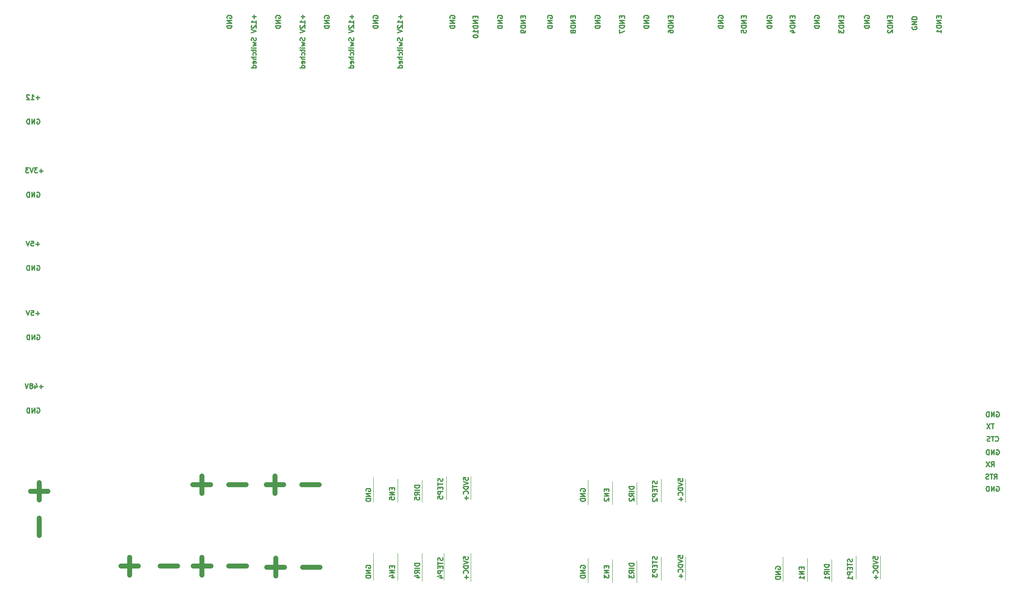
<source format=gbr>
G04 #@! TF.GenerationSoftware,KiCad,Pcbnew,5.1.5+dfsg1-2build2*
G04 #@! TF.CreationDate,2020-06-17T17:05:19-04:00*
G04 #@! TF.ProjectId,gantry-controller-prototype-DUE,67616e74-7279-42d6-936f-6e74726f6c6c,rev?*
G04 #@! TF.SameCoordinates,Original*
G04 #@! TF.FileFunction,Legend,Bot*
G04 #@! TF.FilePolarity,Positive*
%FSLAX46Y46*%
G04 Gerber Fmt 4.6, Leading zero omitted, Abs format (unit mm)*
G04 Created by KiCad (PCBNEW 5.1.5+dfsg1-2build2) date 2020-06-17 17:05:19*
%MOMM*%
%LPD*%
G04 APERTURE LIST*
%ADD10C,0.250000*%
%ADD11C,0.120000*%
%ADD12C,1.000000*%
G04 APERTURE END LIST*
D10*
X52261904Y-118298428D02*
X51500000Y-118298428D01*
X51880952Y-118679380D02*
X51880952Y-117917476D01*
X50595238Y-118012714D02*
X50595238Y-118679380D01*
X50833333Y-117631761D02*
X51071428Y-118346047D01*
X50452380Y-118346047D01*
X49928571Y-118107952D02*
X50023809Y-118060333D01*
X50071428Y-118012714D01*
X50119047Y-117917476D01*
X50119047Y-117869857D01*
X50071428Y-117774619D01*
X50023809Y-117727000D01*
X49928571Y-117679380D01*
X49738095Y-117679380D01*
X49642857Y-117727000D01*
X49595238Y-117774619D01*
X49547619Y-117869857D01*
X49547619Y-117917476D01*
X49595238Y-118012714D01*
X49642857Y-118060333D01*
X49738095Y-118107952D01*
X49928571Y-118107952D01*
X50023809Y-118155571D01*
X50071428Y-118203190D01*
X50119047Y-118298428D01*
X50119047Y-118488904D01*
X50071428Y-118584142D01*
X50023809Y-118631761D01*
X49928571Y-118679380D01*
X49738095Y-118679380D01*
X49642857Y-118631761D01*
X49595238Y-118584142D01*
X49547619Y-118488904D01*
X49547619Y-118298428D01*
X49595238Y-118203190D01*
X49642857Y-118155571D01*
X49738095Y-118107952D01*
X49261904Y-117679380D02*
X48928571Y-118679380D01*
X48595238Y-117679380D01*
X51029904Y-122727000D02*
X51125142Y-122679380D01*
X51268000Y-122679380D01*
X51410857Y-122727000D01*
X51506095Y-122822238D01*
X51553714Y-122917476D01*
X51601333Y-123107952D01*
X51601333Y-123250809D01*
X51553714Y-123441285D01*
X51506095Y-123536523D01*
X51410857Y-123631761D01*
X51268000Y-123679380D01*
X51172761Y-123679380D01*
X51029904Y-123631761D01*
X50982285Y-123584142D01*
X50982285Y-123250809D01*
X51172761Y-123250809D01*
X50553714Y-123679380D02*
X50553714Y-122679380D01*
X49982285Y-123679380D01*
X49982285Y-122679380D01*
X49506095Y-123679380D02*
X49506095Y-122679380D01*
X49268000Y-122679380D01*
X49125142Y-122727000D01*
X49029904Y-122822238D01*
X48982285Y-122917476D01*
X48934666Y-123107952D01*
X48934666Y-123250809D01*
X48982285Y-123441285D01*
X49029904Y-123536523D01*
X49125142Y-123631761D01*
X49268000Y-123679380D01*
X49506095Y-123679380D01*
X51553714Y-103298428D02*
X50791809Y-103298428D01*
X51172761Y-103679380D02*
X51172761Y-102917476D01*
X49839428Y-102679380D02*
X50315619Y-102679380D01*
X50363238Y-103155571D01*
X50315619Y-103107952D01*
X50220380Y-103060333D01*
X49982285Y-103060333D01*
X49887047Y-103107952D01*
X49839428Y-103155571D01*
X49791809Y-103250809D01*
X49791809Y-103488904D01*
X49839428Y-103584142D01*
X49887047Y-103631761D01*
X49982285Y-103679380D01*
X50220380Y-103679380D01*
X50315619Y-103631761D01*
X50363238Y-103584142D01*
X49506095Y-102679380D02*
X49172761Y-103679380D01*
X48839428Y-102679380D01*
X51029904Y-107727000D02*
X51125142Y-107679380D01*
X51268000Y-107679380D01*
X51410857Y-107727000D01*
X51506095Y-107822238D01*
X51553714Y-107917476D01*
X51601333Y-108107952D01*
X51601333Y-108250809D01*
X51553714Y-108441285D01*
X51506095Y-108536523D01*
X51410857Y-108631761D01*
X51268000Y-108679380D01*
X51172761Y-108679380D01*
X51029904Y-108631761D01*
X50982285Y-108584142D01*
X50982285Y-108250809D01*
X51172761Y-108250809D01*
X50553714Y-108679380D02*
X50553714Y-107679380D01*
X49982285Y-108679380D01*
X49982285Y-107679380D01*
X49506095Y-108679380D02*
X49506095Y-107679380D01*
X49268000Y-107679380D01*
X49125142Y-107727000D01*
X49029904Y-107822238D01*
X48982285Y-107917476D01*
X48934666Y-108107952D01*
X48934666Y-108250809D01*
X48982285Y-108441285D01*
X49029904Y-108536523D01*
X49125142Y-108631761D01*
X49268000Y-108679380D01*
X49506095Y-108679380D01*
X51535714Y-89071428D02*
X50773809Y-89071428D01*
X51154761Y-89452380D02*
X51154761Y-88690476D01*
X49821428Y-88452380D02*
X50297619Y-88452380D01*
X50345238Y-88928571D01*
X50297619Y-88880952D01*
X50202380Y-88833333D01*
X49964285Y-88833333D01*
X49869047Y-88880952D01*
X49821428Y-88928571D01*
X49773809Y-89023809D01*
X49773809Y-89261904D01*
X49821428Y-89357142D01*
X49869047Y-89404761D01*
X49964285Y-89452380D01*
X50202380Y-89452380D01*
X50297619Y-89404761D01*
X50345238Y-89357142D01*
X49488095Y-88452380D02*
X49154761Y-89452380D01*
X48821428Y-88452380D01*
X51011904Y-93500000D02*
X51107142Y-93452380D01*
X51250000Y-93452380D01*
X51392857Y-93500000D01*
X51488095Y-93595238D01*
X51535714Y-93690476D01*
X51583333Y-93880952D01*
X51583333Y-94023809D01*
X51535714Y-94214285D01*
X51488095Y-94309523D01*
X51392857Y-94404761D01*
X51250000Y-94452380D01*
X51154761Y-94452380D01*
X51011904Y-94404761D01*
X50964285Y-94357142D01*
X50964285Y-94023809D01*
X51154761Y-94023809D01*
X50535714Y-94452380D02*
X50535714Y-93452380D01*
X49964285Y-94452380D01*
X49964285Y-93452380D01*
X49488095Y-94452380D02*
X49488095Y-93452380D01*
X49250000Y-93452380D01*
X49107142Y-93500000D01*
X49011904Y-93595238D01*
X48964285Y-93690476D01*
X48916666Y-93880952D01*
X48916666Y-94023809D01*
X48964285Y-94214285D01*
X49011904Y-94309523D01*
X49107142Y-94404761D01*
X49250000Y-94452380D01*
X49488095Y-94452380D01*
X52261904Y-74071428D02*
X51500000Y-74071428D01*
X51880952Y-74452380D02*
X51880952Y-73690476D01*
X51119047Y-73452380D02*
X50500000Y-73452380D01*
X50833333Y-73833333D01*
X50690476Y-73833333D01*
X50595238Y-73880952D01*
X50547619Y-73928571D01*
X50500000Y-74023809D01*
X50500000Y-74261904D01*
X50547619Y-74357142D01*
X50595238Y-74404761D01*
X50690476Y-74452380D01*
X50976190Y-74452380D01*
X51071428Y-74404761D01*
X51119047Y-74357142D01*
X50214285Y-73452380D02*
X49880952Y-74452380D01*
X49547619Y-73452380D01*
X49309523Y-73452380D02*
X48690476Y-73452380D01*
X49023809Y-73833333D01*
X48880952Y-73833333D01*
X48785714Y-73880952D01*
X48738095Y-73928571D01*
X48690476Y-74023809D01*
X48690476Y-74261904D01*
X48738095Y-74357142D01*
X48785714Y-74404761D01*
X48880952Y-74452380D01*
X49166666Y-74452380D01*
X49261904Y-74404761D01*
X49309523Y-74357142D01*
X51011904Y-78500000D02*
X51107142Y-78452380D01*
X51250000Y-78452380D01*
X51392857Y-78500000D01*
X51488095Y-78595238D01*
X51535714Y-78690476D01*
X51583333Y-78880952D01*
X51583333Y-79023809D01*
X51535714Y-79214285D01*
X51488095Y-79309523D01*
X51392857Y-79404761D01*
X51250000Y-79452380D01*
X51154761Y-79452380D01*
X51011904Y-79404761D01*
X50964285Y-79357142D01*
X50964285Y-79023809D01*
X51154761Y-79023809D01*
X50535714Y-79452380D02*
X50535714Y-78452380D01*
X49964285Y-79452380D01*
X49964285Y-78452380D01*
X49488095Y-79452380D02*
X49488095Y-78452380D01*
X49250000Y-78452380D01*
X49107142Y-78500000D01*
X49011904Y-78595238D01*
X48964285Y-78690476D01*
X48916666Y-78880952D01*
X48916666Y-79023809D01*
X48964285Y-79214285D01*
X49011904Y-79309523D01*
X49107142Y-79404761D01*
X49250000Y-79452380D01*
X49488095Y-79452380D01*
X51583333Y-59071428D02*
X50821428Y-59071428D01*
X51202380Y-59452380D02*
X51202380Y-58690476D01*
X49821428Y-59452380D02*
X50392857Y-59452380D01*
X50107142Y-59452380D02*
X50107142Y-58452380D01*
X50202380Y-58595238D01*
X50297619Y-58690476D01*
X50392857Y-58738095D01*
X49440476Y-58547619D02*
X49392857Y-58500000D01*
X49297619Y-58452380D01*
X49059523Y-58452380D01*
X48964285Y-58500000D01*
X48916666Y-58547619D01*
X48869047Y-58642857D01*
X48869047Y-58738095D01*
X48916666Y-58880952D01*
X49488095Y-59452380D01*
X48869047Y-59452380D01*
X51011904Y-63500000D02*
X51107142Y-63452380D01*
X51250000Y-63452380D01*
X51392857Y-63500000D01*
X51488095Y-63595238D01*
X51535714Y-63690476D01*
X51583333Y-63880952D01*
X51583333Y-64023809D01*
X51535714Y-64214285D01*
X51488095Y-64309523D01*
X51392857Y-64404761D01*
X51250000Y-64452380D01*
X51154761Y-64452380D01*
X51011904Y-64404761D01*
X50964285Y-64357142D01*
X50964285Y-64023809D01*
X51154761Y-64023809D01*
X50535714Y-64452380D02*
X50535714Y-63452380D01*
X49964285Y-64452380D01*
X49964285Y-63452380D01*
X49488095Y-64452380D02*
X49488095Y-63452380D01*
X49250000Y-63452380D01*
X49107142Y-63500000D01*
X49011904Y-63595238D01*
X48964285Y-63690476D01*
X48916666Y-63880952D01*
X48916666Y-64023809D01*
X48964285Y-64214285D01*
X49011904Y-64309523D01*
X49107142Y-64404761D01*
X49250000Y-64452380D01*
X49488095Y-64452380D01*
X125571428Y-42071428D02*
X125571428Y-42833333D01*
X125952380Y-42452380D02*
X125190476Y-42452380D01*
X125952380Y-43833333D02*
X125952380Y-43261904D01*
X125952380Y-43547619D02*
X124952380Y-43547619D01*
X125095238Y-43452380D01*
X125190476Y-43357142D01*
X125238095Y-43261904D01*
X125047619Y-44214285D02*
X125000000Y-44261904D01*
X124952380Y-44357142D01*
X124952380Y-44595238D01*
X125000000Y-44690476D01*
X125047619Y-44738095D01*
X125142857Y-44785714D01*
X125238095Y-44785714D01*
X125380952Y-44738095D01*
X125952380Y-44166666D01*
X125952380Y-44785714D01*
X124952380Y-45071428D02*
X125952380Y-45404761D01*
X124952380Y-45738095D01*
X125904761Y-46785714D02*
X125952380Y-46928571D01*
X125952380Y-47166666D01*
X125904761Y-47261904D01*
X125857142Y-47309523D01*
X125761904Y-47357142D01*
X125666666Y-47357142D01*
X125571428Y-47309523D01*
X125523809Y-47261904D01*
X125476190Y-47166666D01*
X125428571Y-46976190D01*
X125380952Y-46880952D01*
X125333333Y-46833333D01*
X125238095Y-46785714D01*
X125142857Y-46785714D01*
X125047619Y-46833333D01*
X125000000Y-46880952D01*
X124952380Y-46976190D01*
X124952380Y-47214285D01*
X125000000Y-47357142D01*
X125285714Y-47690476D02*
X125952380Y-47880952D01*
X125476190Y-48071428D01*
X125952380Y-48261904D01*
X125285714Y-48452380D01*
X125952380Y-48833333D02*
X125285714Y-48833333D01*
X124952380Y-48833333D02*
X125000000Y-48785714D01*
X125047619Y-48833333D01*
X125000000Y-48880952D01*
X124952380Y-48833333D01*
X125047619Y-48833333D01*
X125285714Y-49166666D02*
X125285714Y-49547619D01*
X124952380Y-49309523D02*
X125809523Y-49309523D01*
X125904761Y-49357142D01*
X125952380Y-49452380D01*
X125952380Y-49547619D01*
X125904761Y-50309523D02*
X125952380Y-50214285D01*
X125952380Y-50023809D01*
X125904761Y-49928571D01*
X125857142Y-49880952D01*
X125761904Y-49833333D01*
X125476190Y-49833333D01*
X125380952Y-49880952D01*
X125333333Y-49928571D01*
X125285714Y-50023809D01*
X125285714Y-50214285D01*
X125333333Y-50309523D01*
X125952380Y-50738095D02*
X124952380Y-50738095D01*
X125952380Y-51166666D02*
X125428571Y-51166666D01*
X125333333Y-51119047D01*
X125285714Y-51023809D01*
X125285714Y-50880952D01*
X125333333Y-50785714D01*
X125380952Y-50738095D01*
X125904761Y-52023809D02*
X125952380Y-51928571D01*
X125952380Y-51738095D01*
X125904761Y-51642857D01*
X125809523Y-51595238D01*
X125428571Y-51595238D01*
X125333333Y-51642857D01*
X125285714Y-51738095D01*
X125285714Y-51928571D01*
X125333333Y-52023809D01*
X125428571Y-52071428D01*
X125523809Y-52071428D01*
X125619047Y-51595238D01*
X125952380Y-52928571D02*
X124952380Y-52928571D01*
X125904761Y-52928571D02*
X125952380Y-52833333D01*
X125952380Y-52642857D01*
X125904761Y-52547619D01*
X125857142Y-52500000D01*
X125761904Y-52452380D01*
X125476190Y-52452380D01*
X125380952Y-52500000D01*
X125333333Y-52547619D01*
X125285714Y-52642857D01*
X125285714Y-52833333D01*
X125333333Y-52928571D01*
X120000000Y-42738095D02*
X119952380Y-42642857D01*
X119952380Y-42500000D01*
X120000000Y-42357142D01*
X120095238Y-42261904D01*
X120190476Y-42214285D01*
X120380952Y-42166666D01*
X120523809Y-42166666D01*
X120714285Y-42214285D01*
X120809523Y-42261904D01*
X120904761Y-42357142D01*
X120952380Y-42500000D01*
X120952380Y-42595238D01*
X120904761Y-42738095D01*
X120857142Y-42785714D01*
X120523809Y-42785714D01*
X120523809Y-42595238D01*
X120952380Y-43214285D02*
X119952380Y-43214285D01*
X120952380Y-43785714D01*
X119952380Y-43785714D01*
X120952380Y-44261904D02*
X119952380Y-44261904D01*
X119952380Y-44500000D01*
X120000000Y-44642857D01*
X120095238Y-44738095D01*
X120190476Y-44785714D01*
X120380952Y-44833333D01*
X120523809Y-44833333D01*
X120714285Y-44785714D01*
X120809523Y-44738095D01*
X120904761Y-44642857D01*
X120952380Y-44500000D01*
X120952380Y-44261904D01*
X115571428Y-42071428D02*
X115571428Y-42833333D01*
X115952380Y-42452380D02*
X115190476Y-42452380D01*
X115952380Y-43833333D02*
X115952380Y-43261904D01*
X115952380Y-43547619D02*
X114952380Y-43547619D01*
X115095238Y-43452380D01*
X115190476Y-43357142D01*
X115238095Y-43261904D01*
X115047619Y-44214285D02*
X115000000Y-44261904D01*
X114952380Y-44357142D01*
X114952380Y-44595238D01*
X115000000Y-44690476D01*
X115047619Y-44738095D01*
X115142857Y-44785714D01*
X115238095Y-44785714D01*
X115380952Y-44738095D01*
X115952380Y-44166666D01*
X115952380Y-44785714D01*
X114952380Y-45071428D02*
X115952380Y-45404761D01*
X114952380Y-45738095D01*
X115904761Y-46785714D02*
X115952380Y-46928571D01*
X115952380Y-47166666D01*
X115904761Y-47261904D01*
X115857142Y-47309523D01*
X115761904Y-47357142D01*
X115666666Y-47357142D01*
X115571428Y-47309523D01*
X115523809Y-47261904D01*
X115476190Y-47166666D01*
X115428571Y-46976190D01*
X115380952Y-46880952D01*
X115333333Y-46833333D01*
X115238095Y-46785714D01*
X115142857Y-46785714D01*
X115047619Y-46833333D01*
X115000000Y-46880952D01*
X114952380Y-46976190D01*
X114952380Y-47214285D01*
X115000000Y-47357142D01*
X115285714Y-47690476D02*
X115952380Y-47880952D01*
X115476190Y-48071428D01*
X115952380Y-48261904D01*
X115285714Y-48452380D01*
X115952380Y-48833333D02*
X115285714Y-48833333D01*
X114952380Y-48833333D02*
X115000000Y-48785714D01*
X115047619Y-48833333D01*
X115000000Y-48880952D01*
X114952380Y-48833333D01*
X115047619Y-48833333D01*
X115285714Y-49166666D02*
X115285714Y-49547619D01*
X114952380Y-49309523D02*
X115809523Y-49309523D01*
X115904761Y-49357142D01*
X115952380Y-49452380D01*
X115952380Y-49547619D01*
X115904761Y-50309523D02*
X115952380Y-50214285D01*
X115952380Y-50023809D01*
X115904761Y-49928571D01*
X115857142Y-49880952D01*
X115761904Y-49833333D01*
X115476190Y-49833333D01*
X115380952Y-49880952D01*
X115333333Y-49928571D01*
X115285714Y-50023809D01*
X115285714Y-50214285D01*
X115333333Y-50309523D01*
X115952380Y-50738095D02*
X114952380Y-50738095D01*
X115952380Y-51166666D02*
X115428571Y-51166666D01*
X115333333Y-51119047D01*
X115285714Y-51023809D01*
X115285714Y-50880952D01*
X115333333Y-50785714D01*
X115380952Y-50738095D01*
X115904761Y-52023809D02*
X115952380Y-51928571D01*
X115952380Y-51738095D01*
X115904761Y-51642857D01*
X115809523Y-51595238D01*
X115428571Y-51595238D01*
X115333333Y-51642857D01*
X115285714Y-51738095D01*
X115285714Y-51928571D01*
X115333333Y-52023809D01*
X115428571Y-52071428D01*
X115523809Y-52071428D01*
X115619047Y-51595238D01*
X115952380Y-52928571D02*
X114952380Y-52928571D01*
X115904761Y-52928571D02*
X115952380Y-52833333D01*
X115952380Y-52642857D01*
X115904761Y-52547619D01*
X115857142Y-52500000D01*
X115761904Y-52452380D01*
X115476190Y-52452380D01*
X115380952Y-52500000D01*
X115333333Y-52547619D01*
X115285714Y-52642857D01*
X115285714Y-52833333D01*
X115333333Y-52928571D01*
X110000000Y-42738095D02*
X109952380Y-42642857D01*
X109952380Y-42500000D01*
X110000000Y-42357142D01*
X110095238Y-42261904D01*
X110190476Y-42214285D01*
X110380952Y-42166666D01*
X110523809Y-42166666D01*
X110714285Y-42214285D01*
X110809523Y-42261904D01*
X110904761Y-42357142D01*
X110952380Y-42500000D01*
X110952380Y-42595238D01*
X110904761Y-42738095D01*
X110857142Y-42785714D01*
X110523809Y-42785714D01*
X110523809Y-42595238D01*
X110952380Y-43214285D02*
X109952380Y-43214285D01*
X110952380Y-43785714D01*
X109952380Y-43785714D01*
X110952380Y-44261904D02*
X109952380Y-44261904D01*
X109952380Y-44500000D01*
X110000000Y-44642857D01*
X110095238Y-44738095D01*
X110190476Y-44785714D01*
X110380952Y-44833333D01*
X110523809Y-44833333D01*
X110714285Y-44785714D01*
X110809523Y-44738095D01*
X110904761Y-44642857D01*
X110952380Y-44500000D01*
X110952380Y-44261904D01*
X105571428Y-42071428D02*
X105571428Y-42833333D01*
X105952380Y-42452380D02*
X105190476Y-42452380D01*
X105952380Y-43833333D02*
X105952380Y-43261904D01*
X105952380Y-43547619D02*
X104952380Y-43547619D01*
X105095238Y-43452380D01*
X105190476Y-43357142D01*
X105238095Y-43261904D01*
X105047619Y-44214285D02*
X105000000Y-44261904D01*
X104952380Y-44357142D01*
X104952380Y-44595238D01*
X105000000Y-44690476D01*
X105047619Y-44738095D01*
X105142857Y-44785714D01*
X105238095Y-44785714D01*
X105380952Y-44738095D01*
X105952380Y-44166666D01*
X105952380Y-44785714D01*
X104952380Y-45071428D02*
X105952380Y-45404761D01*
X104952380Y-45738095D01*
X105904761Y-46785714D02*
X105952380Y-46928571D01*
X105952380Y-47166666D01*
X105904761Y-47261904D01*
X105857142Y-47309523D01*
X105761904Y-47357142D01*
X105666666Y-47357142D01*
X105571428Y-47309523D01*
X105523809Y-47261904D01*
X105476190Y-47166666D01*
X105428571Y-46976190D01*
X105380952Y-46880952D01*
X105333333Y-46833333D01*
X105238095Y-46785714D01*
X105142857Y-46785714D01*
X105047619Y-46833333D01*
X105000000Y-46880952D01*
X104952380Y-46976190D01*
X104952380Y-47214285D01*
X105000000Y-47357142D01*
X105285714Y-47690476D02*
X105952380Y-47880952D01*
X105476190Y-48071428D01*
X105952380Y-48261904D01*
X105285714Y-48452380D01*
X105952380Y-48833333D02*
X105285714Y-48833333D01*
X104952380Y-48833333D02*
X105000000Y-48785714D01*
X105047619Y-48833333D01*
X105000000Y-48880952D01*
X104952380Y-48833333D01*
X105047619Y-48833333D01*
X105285714Y-49166666D02*
X105285714Y-49547619D01*
X104952380Y-49309523D02*
X105809523Y-49309523D01*
X105904761Y-49357142D01*
X105952380Y-49452380D01*
X105952380Y-49547619D01*
X105904761Y-50309523D02*
X105952380Y-50214285D01*
X105952380Y-50023809D01*
X105904761Y-49928571D01*
X105857142Y-49880952D01*
X105761904Y-49833333D01*
X105476190Y-49833333D01*
X105380952Y-49880952D01*
X105333333Y-49928571D01*
X105285714Y-50023809D01*
X105285714Y-50214285D01*
X105333333Y-50309523D01*
X105952380Y-50738095D02*
X104952380Y-50738095D01*
X105952380Y-51166666D02*
X105428571Y-51166666D01*
X105333333Y-51119047D01*
X105285714Y-51023809D01*
X105285714Y-50880952D01*
X105333333Y-50785714D01*
X105380952Y-50738095D01*
X105904761Y-52023809D02*
X105952380Y-51928571D01*
X105952380Y-51738095D01*
X105904761Y-51642857D01*
X105809523Y-51595238D01*
X105428571Y-51595238D01*
X105333333Y-51642857D01*
X105285714Y-51738095D01*
X105285714Y-51928571D01*
X105333333Y-52023809D01*
X105428571Y-52071428D01*
X105523809Y-52071428D01*
X105619047Y-51595238D01*
X105952380Y-52928571D02*
X104952380Y-52928571D01*
X105904761Y-52928571D02*
X105952380Y-52833333D01*
X105952380Y-52642857D01*
X105904761Y-52547619D01*
X105857142Y-52500000D01*
X105761904Y-52452380D01*
X105476190Y-52452380D01*
X105380952Y-52500000D01*
X105333333Y-52547619D01*
X105285714Y-52642857D01*
X105285714Y-52833333D01*
X105333333Y-52928571D01*
X100000000Y-42738095D02*
X99952380Y-42642857D01*
X99952380Y-42500000D01*
X100000000Y-42357142D01*
X100095238Y-42261904D01*
X100190476Y-42214285D01*
X100380952Y-42166666D01*
X100523809Y-42166666D01*
X100714285Y-42214285D01*
X100809523Y-42261904D01*
X100904761Y-42357142D01*
X100952380Y-42500000D01*
X100952380Y-42595238D01*
X100904761Y-42738095D01*
X100857142Y-42785714D01*
X100523809Y-42785714D01*
X100523809Y-42595238D01*
X100952380Y-43214285D02*
X99952380Y-43214285D01*
X100952380Y-43785714D01*
X99952380Y-43785714D01*
X100952380Y-44261904D02*
X99952380Y-44261904D01*
X99952380Y-44500000D01*
X100000000Y-44642857D01*
X100095238Y-44738095D01*
X100190476Y-44785714D01*
X100380952Y-44833333D01*
X100523809Y-44833333D01*
X100714285Y-44785714D01*
X100809523Y-44738095D01*
X100904761Y-44642857D01*
X100952380Y-44500000D01*
X100952380Y-44261904D01*
X90000000Y-42738095D02*
X89952380Y-42642857D01*
X89952380Y-42500000D01*
X90000000Y-42357142D01*
X90095238Y-42261904D01*
X90190476Y-42214285D01*
X90380952Y-42166666D01*
X90523809Y-42166666D01*
X90714285Y-42214285D01*
X90809523Y-42261904D01*
X90904761Y-42357142D01*
X90952380Y-42500000D01*
X90952380Y-42595238D01*
X90904761Y-42738095D01*
X90857142Y-42785714D01*
X90523809Y-42785714D01*
X90523809Y-42595238D01*
X90952380Y-43214285D02*
X89952380Y-43214285D01*
X90952380Y-43785714D01*
X89952380Y-43785714D01*
X90952380Y-44261904D02*
X89952380Y-44261904D01*
X89952380Y-44500000D01*
X90000000Y-44642857D01*
X90095238Y-44738095D01*
X90190476Y-44785714D01*
X90380952Y-44833333D01*
X90523809Y-44833333D01*
X90714285Y-44785714D01*
X90809523Y-44738095D01*
X90904761Y-44642857D01*
X90952380Y-44500000D01*
X90952380Y-44261904D01*
X95571428Y-42071428D02*
X95571428Y-42833333D01*
X95952380Y-42452380D02*
X95190476Y-42452380D01*
X95952380Y-43833333D02*
X95952380Y-43261904D01*
X95952380Y-43547619D02*
X94952380Y-43547619D01*
X95095238Y-43452380D01*
X95190476Y-43357142D01*
X95238095Y-43261904D01*
X95047619Y-44214285D02*
X95000000Y-44261904D01*
X94952380Y-44357142D01*
X94952380Y-44595238D01*
X95000000Y-44690476D01*
X95047619Y-44738095D01*
X95142857Y-44785714D01*
X95238095Y-44785714D01*
X95380952Y-44738095D01*
X95952380Y-44166666D01*
X95952380Y-44785714D01*
X94952380Y-45071428D02*
X95952380Y-45404761D01*
X94952380Y-45738095D01*
X95904761Y-46785714D02*
X95952380Y-46928571D01*
X95952380Y-47166666D01*
X95904761Y-47261904D01*
X95857142Y-47309523D01*
X95761904Y-47357142D01*
X95666666Y-47357142D01*
X95571428Y-47309523D01*
X95523809Y-47261904D01*
X95476190Y-47166666D01*
X95428571Y-46976190D01*
X95380952Y-46880952D01*
X95333333Y-46833333D01*
X95238095Y-46785714D01*
X95142857Y-46785714D01*
X95047619Y-46833333D01*
X95000000Y-46880952D01*
X94952380Y-46976190D01*
X94952380Y-47214285D01*
X95000000Y-47357142D01*
X95285714Y-47690476D02*
X95952380Y-47880952D01*
X95476190Y-48071428D01*
X95952380Y-48261904D01*
X95285714Y-48452380D01*
X95952380Y-48833333D02*
X95285714Y-48833333D01*
X94952380Y-48833333D02*
X95000000Y-48785714D01*
X95047619Y-48833333D01*
X95000000Y-48880952D01*
X94952380Y-48833333D01*
X95047619Y-48833333D01*
X95285714Y-49166666D02*
X95285714Y-49547619D01*
X94952380Y-49309523D02*
X95809523Y-49309523D01*
X95904761Y-49357142D01*
X95952380Y-49452380D01*
X95952380Y-49547619D01*
X95904761Y-50309523D02*
X95952380Y-50214285D01*
X95952380Y-50023809D01*
X95904761Y-49928571D01*
X95857142Y-49880952D01*
X95761904Y-49833333D01*
X95476190Y-49833333D01*
X95380952Y-49880952D01*
X95333333Y-49928571D01*
X95285714Y-50023809D01*
X95285714Y-50214285D01*
X95333333Y-50309523D01*
X95952380Y-50738095D02*
X94952380Y-50738095D01*
X95952380Y-51166666D02*
X95428571Y-51166666D01*
X95333333Y-51119047D01*
X95285714Y-51023809D01*
X95285714Y-50880952D01*
X95333333Y-50785714D01*
X95380952Y-50738095D01*
X95904761Y-52023809D02*
X95952380Y-51928571D01*
X95952380Y-51738095D01*
X95904761Y-51642857D01*
X95809523Y-51595238D01*
X95428571Y-51595238D01*
X95333333Y-51642857D01*
X95285714Y-51738095D01*
X95285714Y-51928571D01*
X95333333Y-52023809D01*
X95428571Y-52071428D01*
X95523809Y-52071428D01*
X95619047Y-51595238D01*
X95952380Y-52928571D02*
X94952380Y-52928571D01*
X95904761Y-52928571D02*
X95952380Y-52833333D01*
X95952380Y-52642857D01*
X95904761Y-52547619D01*
X95857142Y-52500000D01*
X95761904Y-52452380D01*
X95476190Y-52452380D01*
X95380952Y-52500000D01*
X95333333Y-52547619D01*
X95285714Y-52642857D01*
X95285714Y-52833333D01*
X95333333Y-52928571D01*
X135750000Y-42738095D02*
X135702380Y-42642857D01*
X135702380Y-42500000D01*
X135750000Y-42357142D01*
X135845238Y-42261904D01*
X135940476Y-42214285D01*
X136130952Y-42166666D01*
X136273809Y-42166666D01*
X136464285Y-42214285D01*
X136559523Y-42261904D01*
X136654761Y-42357142D01*
X136702380Y-42500000D01*
X136702380Y-42595238D01*
X136654761Y-42738095D01*
X136607142Y-42785714D01*
X136273809Y-42785714D01*
X136273809Y-42595238D01*
X136702380Y-43214285D02*
X135702380Y-43214285D01*
X136702380Y-43785714D01*
X135702380Y-43785714D01*
X136702380Y-44261904D02*
X135702380Y-44261904D01*
X135702380Y-44500000D01*
X135750000Y-44642857D01*
X135845238Y-44738095D01*
X135940476Y-44785714D01*
X136130952Y-44833333D01*
X136273809Y-44833333D01*
X136464285Y-44785714D01*
X136559523Y-44738095D01*
X136654761Y-44642857D01*
X136702380Y-44500000D01*
X136702380Y-44261904D01*
X145500000Y-42738095D02*
X145452380Y-42642857D01*
X145452380Y-42500000D01*
X145500000Y-42357142D01*
X145595238Y-42261904D01*
X145690476Y-42214285D01*
X145880952Y-42166666D01*
X146023809Y-42166666D01*
X146214285Y-42214285D01*
X146309523Y-42261904D01*
X146404761Y-42357142D01*
X146452380Y-42500000D01*
X146452380Y-42595238D01*
X146404761Y-42738095D01*
X146357142Y-42785714D01*
X146023809Y-42785714D01*
X146023809Y-42595238D01*
X146452380Y-43214285D02*
X145452380Y-43214285D01*
X146452380Y-43785714D01*
X145452380Y-43785714D01*
X146452380Y-44261904D02*
X145452380Y-44261904D01*
X145452380Y-44500000D01*
X145500000Y-44642857D01*
X145595238Y-44738095D01*
X145690476Y-44785714D01*
X145880952Y-44833333D01*
X146023809Y-44833333D01*
X146214285Y-44785714D01*
X146309523Y-44738095D01*
X146404761Y-44642857D01*
X146452380Y-44500000D01*
X146452380Y-44261904D01*
X155750000Y-42738095D02*
X155702380Y-42642857D01*
X155702380Y-42500000D01*
X155750000Y-42357142D01*
X155845238Y-42261904D01*
X155940476Y-42214285D01*
X156130952Y-42166666D01*
X156273809Y-42166666D01*
X156464285Y-42214285D01*
X156559523Y-42261904D01*
X156654761Y-42357142D01*
X156702380Y-42500000D01*
X156702380Y-42595238D01*
X156654761Y-42738095D01*
X156607142Y-42785714D01*
X156273809Y-42785714D01*
X156273809Y-42595238D01*
X156702380Y-43214285D02*
X155702380Y-43214285D01*
X156702380Y-43785714D01*
X155702380Y-43785714D01*
X156702380Y-44261904D02*
X155702380Y-44261904D01*
X155702380Y-44500000D01*
X155750000Y-44642857D01*
X155845238Y-44738095D01*
X155940476Y-44785714D01*
X156130952Y-44833333D01*
X156273809Y-44833333D01*
X156464285Y-44785714D01*
X156559523Y-44738095D01*
X156654761Y-44642857D01*
X156702380Y-44500000D01*
X156702380Y-44261904D01*
X165500000Y-42738095D02*
X165452380Y-42642857D01*
X165452380Y-42500000D01*
X165500000Y-42357142D01*
X165595238Y-42261904D01*
X165690476Y-42214285D01*
X165880952Y-42166666D01*
X166023809Y-42166666D01*
X166214285Y-42214285D01*
X166309523Y-42261904D01*
X166404761Y-42357142D01*
X166452380Y-42500000D01*
X166452380Y-42595238D01*
X166404761Y-42738095D01*
X166357142Y-42785714D01*
X166023809Y-42785714D01*
X166023809Y-42595238D01*
X166452380Y-43214285D02*
X165452380Y-43214285D01*
X166452380Y-43785714D01*
X165452380Y-43785714D01*
X166452380Y-44261904D02*
X165452380Y-44261904D01*
X165452380Y-44500000D01*
X165500000Y-44642857D01*
X165595238Y-44738095D01*
X165690476Y-44785714D01*
X165880952Y-44833333D01*
X166023809Y-44833333D01*
X166214285Y-44785714D01*
X166309523Y-44738095D01*
X166404761Y-44642857D01*
X166452380Y-44500000D01*
X166452380Y-44261904D01*
X175500000Y-42738095D02*
X175452380Y-42642857D01*
X175452380Y-42500000D01*
X175500000Y-42357142D01*
X175595238Y-42261904D01*
X175690476Y-42214285D01*
X175880952Y-42166666D01*
X176023809Y-42166666D01*
X176214285Y-42214285D01*
X176309523Y-42261904D01*
X176404761Y-42357142D01*
X176452380Y-42500000D01*
X176452380Y-42595238D01*
X176404761Y-42738095D01*
X176357142Y-42785714D01*
X176023809Y-42785714D01*
X176023809Y-42595238D01*
X176452380Y-43214285D02*
X175452380Y-43214285D01*
X176452380Y-43785714D01*
X175452380Y-43785714D01*
X176452380Y-44261904D02*
X175452380Y-44261904D01*
X175452380Y-44500000D01*
X175500000Y-44642857D01*
X175595238Y-44738095D01*
X175690476Y-44785714D01*
X175880952Y-44833333D01*
X176023809Y-44833333D01*
X176214285Y-44785714D01*
X176309523Y-44738095D01*
X176404761Y-44642857D01*
X176452380Y-44500000D01*
X176452380Y-44261904D01*
X190750000Y-42738095D02*
X190702380Y-42642857D01*
X190702380Y-42500000D01*
X190750000Y-42357142D01*
X190845238Y-42261904D01*
X190940476Y-42214285D01*
X191130952Y-42166666D01*
X191273809Y-42166666D01*
X191464285Y-42214285D01*
X191559523Y-42261904D01*
X191654761Y-42357142D01*
X191702380Y-42500000D01*
X191702380Y-42595238D01*
X191654761Y-42738095D01*
X191607142Y-42785714D01*
X191273809Y-42785714D01*
X191273809Y-42595238D01*
X191702380Y-43214285D02*
X190702380Y-43214285D01*
X191702380Y-43785714D01*
X190702380Y-43785714D01*
X191702380Y-44261904D02*
X190702380Y-44261904D01*
X190702380Y-44500000D01*
X190750000Y-44642857D01*
X190845238Y-44738095D01*
X190940476Y-44785714D01*
X191130952Y-44833333D01*
X191273809Y-44833333D01*
X191464285Y-44785714D01*
X191559523Y-44738095D01*
X191654761Y-44642857D01*
X191702380Y-44500000D01*
X191702380Y-44261904D01*
X200750000Y-42738095D02*
X200702380Y-42642857D01*
X200702380Y-42500000D01*
X200750000Y-42357142D01*
X200845238Y-42261904D01*
X200940476Y-42214285D01*
X201130952Y-42166666D01*
X201273809Y-42166666D01*
X201464285Y-42214285D01*
X201559523Y-42261904D01*
X201654761Y-42357142D01*
X201702380Y-42500000D01*
X201702380Y-42595238D01*
X201654761Y-42738095D01*
X201607142Y-42785714D01*
X201273809Y-42785714D01*
X201273809Y-42595238D01*
X201702380Y-43214285D02*
X200702380Y-43214285D01*
X201702380Y-43785714D01*
X200702380Y-43785714D01*
X201702380Y-44261904D02*
X200702380Y-44261904D01*
X200702380Y-44500000D01*
X200750000Y-44642857D01*
X200845238Y-44738095D01*
X200940476Y-44785714D01*
X201130952Y-44833333D01*
X201273809Y-44833333D01*
X201464285Y-44785714D01*
X201559523Y-44738095D01*
X201654761Y-44642857D01*
X201702380Y-44500000D01*
X201702380Y-44261904D01*
X210500000Y-42738095D02*
X210452380Y-42642857D01*
X210452380Y-42500000D01*
X210500000Y-42357142D01*
X210595238Y-42261904D01*
X210690476Y-42214285D01*
X210880952Y-42166666D01*
X211023809Y-42166666D01*
X211214285Y-42214285D01*
X211309523Y-42261904D01*
X211404761Y-42357142D01*
X211452380Y-42500000D01*
X211452380Y-42595238D01*
X211404761Y-42738095D01*
X211357142Y-42785714D01*
X211023809Y-42785714D01*
X211023809Y-42595238D01*
X211452380Y-43214285D02*
X210452380Y-43214285D01*
X211452380Y-43785714D01*
X210452380Y-43785714D01*
X211452380Y-44261904D02*
X210452380Y-44261904D01*
X210452380Y-44500000D01*
X210500000Y-44642857D01*
X210595238Y-44738095D01*
X210690476Y-44785714D01*
X210880952Y-44833333D01*
X211023809Y-44833333D01*
X211214285Y-44785714D01*
X211309523Y-44738095D01*
X211404761Y-44642857D01*
X211452380Y-44500000D01*
X211452380Y-44261904D01*
X220750000Y-42738095D02*
X220702380Y-42642857D01*
X220702380Y-42500000D01*
X220750000Y-42357142D01*
X220845238Y-42261904D01*
X220940476Y-42214285D01*
X221130952Y-42166666D01*
X221273809Y-42166666D01*
X221464285Y-42214285D01*
X221559523Y-42261904D01*
X221654761Y-42357142D01*
X221702380Y-42500000D01*
X221702380Y-42595238D01*
X221654761Y-42738095D01*
X221607142Y-42785714D01*
X221273809Y-42785714D01*
X221273809Y-42595238D01*
X221702380Y-43214285D02*
X220702380Y-43214285D01*
X221702380Y-43785714D01*
X220702380Y-43785714D01*
X221702380Y-44261904D02*
X220702380Y-44261904D01*
X220702380Y-44500000D01*
X220750000Y-44642857D01*
X220845238Y-44738095D01*
X220940476Y-44785714D01*
X221130952Y-44833333D01*
X221273809Y-44833333D01*
X221464285Y-44785714D01*
X221559523Y-44738095D01*
X221654761Y-44642857D01*
X221702380Y-44500000D01*
X221702380Y-44261904D01*
X230500000Y-44511904D02*
X230452380Y-44607142D01*
X230452380Y-44750000D01*
X230500000Y-44892857D01*
X230595238Y-44988095D01*
X230690476Y-45035714D01*
X230880952Y-45083333D01*
X231023809Y-45083333D01*
X231214285Y-45035714D01*
X231309523Y-44988095D01*
X231404761Y-44892857D01*
X231452380Y-44750000D01*
X231452380Y-44654761D01*
X231404761Y-44511904D01*
X231357142Y-44464285D01*
X231023809Y-44464285D01*
X231023809Y-44654761D01*
X231452380Y-44035714D02*
X230452380Y-44035714D01*
X231452380Y-43464285D01*
X230452380Y-43464285D01*
X231452380Y-42988095D02*
X230452380Y-42988095D01*
X230452380Y-42750000D01*
X230500000Y-42607142D01*
X230595238Y-42511904D01*
X230690476Y-42464285D01*
X230880952Y-42416666D01*
X231023809Y-42416666D01*
X231214285Y-42464285D01*
X231309523Y-42511904D01*
X231404761Y-42607142D01*
X231452380Y-42750000D01*
X231452380Y-42988095D01*
X140928571Y-42309523D02*
X140928571Y-42642857D01*
X141452380Y-42785714D02*
X141452380Y-42309523D01*
X140452380Y-42309523D01*
X140452380Y-42785714D01*
X141452380Y-43214285D02*
X140452380Y-43214285D01*
X141452380Y-43785714D01*
X140452380Y-43785714D01*
X141452380Y-44261904D02*
X140452380Y-44261904D01*
X140452380Y-44500000D01*
X140500000Y-44642857D01*
X140595238Y-44738095D01*
X140690476Y-44785714D01*
X140880952Y-44833333D01*
X141023809Y-44833333D01*
X141214285Y-44785714D01*
X141309523Y-44738095D01*
X141404761Y-44642857D01*
X141452380Y-44500000D01*
X141452380Y-44261904D01*
X141452380Y-45785714D02*
X141452380Y-45214285D01*
X141452380Y-45500000D02*
X140452380Y-45500000D01*
X140595238Y-45404761D01*
X140690476Y-45309523D01*
X140738095Y-45214285D01*
X140452380Y-46404761D02*
X140452380Y-46500000D01*
X140500000Y-46595238D01*
X140547619Y-46642857D01*
X140642857Y-46690476D01*
X140833333Y-46738095D01*
X141071428Y-46738095D01*
X141261904Y-46690476D01*
X141357142Y-46642857D01*
X141404761Y-46595238D01*
X141452380Y-46500000D01*
X141452380Y-46404761D01*
X141404761Y-46309523D01*
X141357142Y-46261904D01*
X141261904Y-46214285D01*
X141071428Y-46166666D01*
X140833333Y-46166666D01*
X140642857Y-46214285D01*
X140547619Y-46261904D01*
X140500000Y-46309523D01*
X140452380Y-46404761D01*
X150678571Y-42285714D02*
X150678571Y-42619047D01*
X151202380Y-42761904D02*
X151202380Y-42285714D01*
X150202380Y-42285714D01*
X150202380Y-42761904D01*
X151202380Y-43190476D02*
X150202380Y-43190476D01*
X151202380Y-43761904D01*
X150202380Y-43761904D01*
X151202380Y-44238095D02*
X150202380Y-44238095D01*
X150202380Y-44476190D01*
X150250000Y-44619047D01*
X150345238Y-44714285D01*
X150440476Y-44761904D01*
X150630952Y-44809523D01*
X150773809Y-44809523D01*
X150964285Y-44761904D01*
X151059523Y-44714285D01*
X151154761Y-44619047D01*
X151202380Y-44476190D01*
X151202380Y-44238095D01*
X151202380Y-45285714D02*
X151202380Y-45476190D01*
X151154761Y-45571428D01*
X151107142Y-45619047D01*
X150964285Y-45714285D01*
X150773809Y-45761904D01*
X150392857Y-45761904D01*
X150297619Y-45714285D01*
X150250000Y-45666666D01*
X150202380Y-45571428D01*
X150202380Y-45380952D01*
X150250000Y-45285714D01*
X150297619Y-45238095D01*
X150392857Y-45190476D01*
X150630952Y-45190476D01*
X150726190Y-45238095D01*
X150773809Y-45285714D01*
X150821428Y-45380952D01*
X150821428Y-45571428D01*
X150773809Y-45666666D01*
X150726190Y-45714285D01*
X150630952Y-45761904D01*
X160928571Y-42285714D02*
X160928571Y-42619047D01*
X161452380Y-42761904D02*
X161452380Y-42285714D01*
X160452380Y-42285714D01*
X160452380Y-42761904D01*
X161452380Y-43190476D02*
X160452380Y-43190476D01*
X161452380Y-43761904D01*
X160452380Y-43761904D01*
X161452380Y-44238095D02*
X160452380Y-44238095D01*
X160452380Y-44476190D01*
X160500000Y-44619047D01*
X160595238Y-44714285D01*
X160690476Y-44761904D01*
X160880952Y-44809523D01*
X161023809Y-44809523D01*
X161214285Y-44761904D01*
X161309523Y-44714285D01*
X161404761Y-44619047D01*
X161452380Y-44476190D01*
X161452380Y-44238095D01*
X160880952Y-45380952D02*
X160833333Y-45285714D01*
X160785714Y-45238095D01*
X160690476Y-45190476D01*
X160642857Y-45190476D01*
X160547619Y-45238095D01*
X160500000Y-45285714D01*
X160452380Y-45380952D01*
X160452380Y-45571428D01*
X160500000Y-45666666D01*
X160547619Y-45714285D01*
X160642857Y-45761904D01*
X160690476Y-45761904D01*
X160785714Y-45714285D01*
X160833333Y-45666666D01*
X160880952Y-45571428D01*
X160880952Y-45380952D01*
X160928571Y-45285714D01*
X160976190Y-45238095D01*
X161071428Y-45190476D01*
X161261904Y-45190476D01*
X161357142Y-45238095D01*
X161404761Y-45285714D01*
X161452380Y-45380952D01*
X161452380Y-45571428D01*
X161404761Y-45666666D01*
X161357142Y-45714285D01*
X161261904Y-45761904D01*
X161071428Y-45761904D01*
X160976190Y-45714285D01*
X160928571Y-45666666D01*
X160880952Y-45571428D01*
X170928571Y-42285714D02*
X170928571Y-42619047D01*
X171452380Y-42761904D02*
X171452380Y-42285714D01*
X170452380Y-42285714D01*
X170452380Y-42761904D01*
X171452380Y-43190476D02*
X170452380Y-43190476D01*
X171452380Y-43761904D01*
X170452380Y-43761904D01*
X171452380Y-44238095D02*
X170452380Y-44238095D01*
X170452380Y-44476190D01*
X170500000Y-44619047D01*
X170595238Y-44714285D01*
X170690476Y-44761904D01*
X170880952Y-44809523D01*
X171023809Y-44809523D01*
X171214285Y-44761904D01*
X171309523Y-44714285D01*
X171404761Y-44619047D01*
X171452380Y-44476190D01*
X171452380Y-44238095D01*
X170452380Y-45142857D02*
X170452380Y-45809523D01*
X171452380Y-45380952D01*
X180928571Y-42285714D02*
X180928571Y-42619047D01*
X181452380Y-42761904D02*
X181452380Y-42285714D01*
X180452380Y-42285714D01*
X180452380Y-42761904D01*
X181452380Y-43190476D02*
X180452380Y-43190476D01*
X181452380Y-43761904D01*
X180452380Y-43761904D01*
X181452380Y-44238095D02*
X180452380Y-44238095D01*
X180452380Y-44476190D01*
X180500000Y-44619047D01*
X180595238Y-44714285D01*
X180690476Y-44761904D01*
X180880952Y-44809523D01*
X181023809Y-44809523D01*
X181214285Y-44761904D01*
X181309523Y-44714285D01*
X181404761Y-44619047D01*
X181452380Y-44476190D01*
X181452380Y-44238095D01*
X180452380Y-45666666D02*
X180452380Y-45476190D01*
X180500000Y-45380952D01*
X180547619Y-45333333D01*
X180690476Y-45238095D01*
X180880952Y-45190476D01*
X181261904Y-45190476D01*
X181357142Y-45238095D01*
X181404761Y-45285714D01*
X181452380Y-45380952D01*
X181452380Y-45571428D01*
X181404761Y-45666666D01*
X181357142Y-45714285D01*
X181261904Y-45761904D01*
X181023809Y-45761904D01*
X180928571Y-45714285D01*
X180880952Y-45666666D01*
X180833333Y-45571428D01*
X180833333Y-45380952D01*
X180880952Y-45285714D01*
X180928571Y-45238095D01*
X181023809Y-45190476D01*
X195928571Y-42285714D02*
X195928571Y-42619047D01*
X196452380Y-42761904D02*
X196452380Y-42285714D01*
X195452380Y-42285714D01*
X195452380Y-42761904D01*
X196452380Y-43190476D02*
X195452380Y-43190476D01*
X196452380Y-43761904D01*
X195452380Y-43761904D01*
X196452380Y-44238095D02*
X195452380Y-44238095D01*
X195452380Y-44476190D01*
X195500000Y-44619047D01*
X195595238Y-44714285D01*
X195690476Y-44761904D01*
X195880952Y-44809523D01*
X196023809Y-44809523D01*
X196214285Y-44761904D01*
X196309523Y-44714285D01*
X196404761Y-44619047D01*
X196452380Y-44476190D01*
X196452380Y-44238095D01*
X195452380Y-45714285D02*
X195452380Y-45238095D01*
X195928571Y-45190476D01*
X195880952Y-45238095D01*
X195833333Y-45333333D01*
X195833333Y-45571428D01*
X195880952Y-45666666D01*
X195928571Y-45714285D01*
X196023809Y-45761904D01*
X196261904Y-45761904D01*
X196357142Y-45714285D01*
X196404761Y-45666666D01*
X196452380Y-45571428D01*
X196452380Y-45333333D01*
X196404761Y-45238095D01*
X196357142Y-45190476D01*
X205928571Y-42285714D02*
X205928571Y-42619047D01*
X206452380Y-42761904D02*
X206452380Y-42285714D01*
X205452380Y-42285714D01*
X205452380Y-42761904D01*
X206452380Y-43190476D02*
X205452380Y-43190476D01*
X206452380Y-43761904D01*
X205452380Y-43761904D01*
X206452380Y-44238095D02*
X205452380Y-44238095D01*
X205452380Y-44476190D01*
X205500000Y-44619047D01*
X205595238Y-44714285D01*
X205690476Y-44761904D01*
X205880952Y-44809523D01*
X206023809Y-44809523D01*
X206214285Y-44761904D01*
X206309523Y-44714285D01*
X206404761Y-44619047D01*
X206452380Y-44476190D01*
X206452380Y-44238095D01*
X205785714Y-45666666D02*
X206452380Y-45666666D01*
X205404761Y-45428571D02*
X206119047Y-45190476D01*
X206119047Y-45809523D01*
X215928571Y-42285714D02*
X215928571Y-42619047D01*
X216452380Y-42761904D02*
X216452380Y-42285714D01*
X215452380Y-42285714D01*
X215452380Y-42761904D01*
X216452380Y-43190476D02*
X215452380Y-43190476D01*
X216452380Y-43761904D01*
X215452380Y-43761904D01*
X216452380Y-44238095D02*
X215452380Y-44238095D01*
X215452380Y-44476190D01*
X215500000Y-44619047D01*
X215595238Y-44714285D01*
X215690476Y-44761904D01*
X215880952Y-44809523D01*
X216023809Y-44809523D01*
X216214285Y-44761904D01*
X216309523Y-44714285D01*
X216404761Y-44619047D01*
X216452380Y-44476190D01*
X216452380Y-44238095D01*
X215452380Y-45142857D02*
X215452380Y-45761904D01*
X215833333Y-45428571D01*
X215833333Y-45571428D01*
X215880952Y-45666666D01*
X215928571Y-45714285D01*
X216023809Y-45761904D01*
X216261904Y-45761904D01*
X216357142Y-45714285D01*
X216404761Y-45666666D01*
X216452380Y-45571428D01*
X216452380Y-45285714D01*
X216404761Y-45190476D01*
X216357142Y-45142857D01*
X225928571Y-42285714D02*
X225928571Y-42619047D01*
X226452380Y-42761904D02*
X226452380Y-42285714D01*
X225452380Y-42285714D01*
X225452380Y-42761904D01*
X226452380Y-43190476D02*
X225452380Y-43190476D01*
X226452380Y-43761904D01*
X225452380Y-43761904D01*
X226452380Y-44238095D02*
X225452380Y-44238095D01*
X225452380Y-44476190D01*
X225500000Y-44619047D01*
X225595238Y-44714285D01*
X225690476Y-44761904D01*
X225880952Y-44809523D01*
X226023809Y-44809523D01*
X226214285Y-44761904D01*
X226309523Y-44714285D01*
X226404761Y-44619047D01*
X226452380Y-44476190D01*
X226452380Y-44238095D01*
X225547619Y-45190476D02*
X225500000Y-45238095D01*
X225452380Y-45333333D01*
X225452380Y-45571428D01*
X225500000Y-45666666D01*
X225547619Y-45714285D01*
X225642857Y-45761904D01*
X225738095Y-45761904D01*
X225880952Y-45714285D01*
X226452380Y-45142857D01*
X226452380Y-45761904D01*
X235928571Y-42285714D02*
X235928571Y-42619047D01*
X236452380Y-42761904D02*
X236452380Y-42285714D01*
X235452380Y-42285714D01*
X235452380Y-42761904D01*
X236452380Y-43190476D02*
X235452380Y-43190476D01*
X236452380Y-43761904D01*
X235452380Y-43761904D01*
X236452380Y-44238095D02*
X235452380Y-44238095D01*
X235452380Y-44476190D01*
X235500000Y-44619047D01*
X235595238Y-44714285D01*
X235690476Y-44761904D01*
X235880952Y-44809523D01*
X236023809Y-44809523D01*
X236214285Y-44761904D01*
X236309523Y-44714285D01*
X236404761Y-44619047D01*
X236452380Y-44476190D01*
X236452380Y-44238095D01*
X236452380Y-45761904D02*
X236452380Y-45190476D01*
X236452380Y-45476190D02*
X235452380Y-45476190D01*
X235595238Y-45380952D01*
X235690476Y-45285714D01*
X235738095Y-45190476D01*
X247761904Y-123548000D02*
X247857142Y-123500380D01*
X248000000Y-123500380D01*
X248142857Y-123548000D01*
X248238095Y-123643238D01*
X248285714Y-123738476D01*
X248333333Y-123928952D01*
X248333333Y-124071809D01*
X248285714Y-124262285D01*
X248238095Y-124357523D01*
X248142857Y-124452761D01*
X248000000Y-124500380D01*
X247904761Y-124500380D01*
X247761904Y-124452761D01*
X247714285Y-124405142D01*
X247714285Y-124071809D01*
X247904761Y-124071809D01*
X247285714Y-124500380D02*
X247285714Y-123500380D01*
X246714285Y-124500380D01*
X246714285Y-123500380D01*
X246238095Y-124500380D02*
X246238095Y-123500380D01*
X246000000Y-123500380D01*
X245857142Y-123548000D01*
X245761904Y-123643238D01*
X245714285Y-123738476D01*
X245666666Y-123928952D01*
X245666666Y-124071809D01*
X245714285Y-124262285D01*
X245761904Y-124357523D01*
X245857142Y-124452761D01*
X246000000Y-124500380D01*
X246238095Y-124500380D01*
X247261904Y-125952380D02*
X246690476Y-125952380D01*
X246976190Y-126952380D02*
X246976190Y-125952380D01*
X246452380Y-125952380D02*
X245785714Y-126952380D01*
X245785714Y-125952380D02*
X246452380Y-126952380D01*
X247547619Y-129405142D02*
X247595238Y-129452761D01*
X247738095Y-129500380D01*
X247833333Y-129500380D01*
X247976190Y-129452761D01*
X248071428Y-129357523D01*
X248119047Y-129262285D01*
X248166666Y-129071809D01*
X248166666Y-128928952D01*
X248119047Y-128738476D01*
X248071428Y-128643238D01*
X247976190Y-128548000D01*
X247833333Y-128500380D01*
X247738095Y-128500380D01*
X247595238Y-128548000D01*
X247547619Y-128595619D01*
X247261904Y-128500380D02*
X246690476Y-128500380D01*
X246976190Y-129500380D02*
X246976190Y-128500380D01*
X246404761Y-129452761D02*
X246261904Y-129500380D01*
X246023809Y-129500380D01*
X245928571Y-129452761D01*
X245880952Y-129405142D01*
X245833333Y-129309904D01*
X245833333Y-129214666D01*
X245880952Y-129119428D01*
X245928571Y-129071809D01*
X246023809Y-129024190D01*
X246214285Y-128976571D01*
X246309523Y-128928952D01*
X246357142Y-128881333D01*
X246404761Y-128786095D01*
X246404761Y-128690857D01*
X246357142Y-128595619D01*
X246309523Y-128548000D01*
X246214285Y-128500380D01*
X245976190Y-128500380D01*
X245833333Y-128548000D01*
X247761904Y-131298000D02*
X247857142Y-131250380D01*
X248000000Y-131250380D01*
X248142857Y-131298000D01*
X248238095Y-131393238D01*
X248285714Y-131488476D01*
X248333333Y-131678952D01*
X248333333Y-131821809D01*
X248285714Y-132012285D01*
X248238095Y-132107523D01*
X248142857Y-132202761D01*
X248000000Y-132250380D01*
X247904761Y-132250380D01*
X247761904Y-132202761D01*
X247714285Y-132155142D01*
X247714285Y-131821809D01*
X247904761Y-131821809D01*
X247285714Y-132250380D02*
X247285714Y-131250380D01*
X246714285Y-132250380D01*
X246714285Y-131250380D01*
X246238095Y-132250380D02*
X246238095Y-131250380D01*
X246000000Y-131250380D01*
X245857142Y-131298000D01*
X245761904Y-131393238D01*
X245714285Y-131488476D01*
X245666666Y-131678952D01*
X245666666Y-131821809D01*
X245714285Y-132012285D01*
X245761904Y-132107523D01*
X245857142Y-132202761D01*
X246000000Y-132250380D01*
X246238095Y-132250380D01*
X246666666Y-134702380D02*
X247000000Y-134226190D01*
X247238095Y-134702380D02*
X247238095Y-133702380D01*
X246857142Y-133702380D01*
X246761904Y-133750000D01*
X246714285Y-133797619D01*
X246666666Y-133892857D01*
X246666666Y-134035714D01*
X246714285Y-134130952D01*
X246761904Y-134178571D01*
X246857142Y-134226190D01*
X247238095Y-134226190D01*
X246333333Y-133702380D02*
X245666666Y-134702380D01*
X245666666Y-133702380D02*
X246333333Y-134702380D01*
X247297619Y-137250380D02*
X247630952Y-136774190D01*
X247869047Y-137250380D02*
X247869047Y-136250380D01*
X247488095Y-136250380D01*
X247392857Y-136298000D01*
X247345238Y-136345619D01*
X247297619Y-136440857D01*
X247297619Y-136583714D01*
X247345238Y-136678952D01*
X247392857Y-136726571D01*
X247488095Y-136774190D01*
X247869047Y-136774190D01*
X247011904Y-136250380D02*
X246440476Y-136250380D01*
X246726190Y-137250380D02*
X246726190Y-136250380D01*
X246154761Y-137202761D02*
X246011904Y-137250380D01*
X245773809Y-137250380D01*
X245678571Y-137202761D01*
X245630952Y-137155142D01*
X245583333Y-137059904D01*
X245583333Y-136964666D01*
X245630952Y-136869428D01*
X245678571Y-136821809D01*
X245773809Y-136774190D01*
X245964285Y-136726571D01*
X246059523Y-136678952D01*
X246107142Y-136631333D01*
X246154761Y-136536095D01*
X246154761Y-136440857D01*
X246107142Y-136345619D01*
X246059523Y-136298000D01*
X245964285Y-136250380D01*
X245726190Y-136250380D01*
X245583333Y-136298000D01*
X247761904Y-138798000D02*
X247857142Y-138750380D01*
X248000000Y-138750380D01*
X248142857Y-138798000D01*
X248238095Y-138893238D01*
X248285714Y-138988476D01*
X248333333Y-139178952D01*
X248333333Y-139321809D01*
X248285714Y-139512285D01*
X248238095Y-139607523D01*
X248142857Y-139702761D01*
X248000000Y-139750380D01*
X247904761Y-139750380D01*
X247761904Y-139702761D01*
X247714285Y-139655142D01*
X247714285Y-139321809D01*
X247904761Y-139321809D01*
X247285714Y-139750380D02*
X247285714Y-138750380D01*
X246714285Y-139750380D01*
X246714285Y-138750380D01*
X246238095Y-139750380D02*
X246238095Y-138750380D01*
X246000000Y-138750380D01*
X245857142Y-138798000D01*
X245761904Y-138893238D01*
X245714285Y-138988476D01*
X245666666Y-139178952D01*
X245666666Y-139321809D01*
X245714285Y-139512285D01*
X245761904Y-139607523D01*
X245857142Y-139702761D01*
X246000000Y-139750380D01*
X246238095Y-139750380D01*
D11*
X224000000Y-157750000D02*
X224000000Y-153000000D01*
X219000000Y-157750000D02*
X219000000Y-153000000D01*
X204000000Y-158250000D02*
X204000000Y-153250000D01*
X209000000Y-158250000D02*
X209000000Y-153500000D01*
X214000000Y-158250000D02*
X214000000Y-153750000D01*
X184000000Y-158000000D02*
X184000000Y-153250000D01*
X179000000Y-158000000D02*
X179000000Y-153250000D01*
X164000000Y-158500000D02*
X164000000Y-153500000D01*
X169000000Y-158500000D02*
X169000000Y-153750000D01*
X174000000Y-158500000D02*
X174000000Y-154000000D01*
X184000000Y-142000000D02*
X184000000Y-137250000D01*
X179000000Y-142000000D02*
X179000000Y-137250000D01*
X164000000Y-142500000D02*
X164000000Y-137500000D01*
X169000000Y-142500000D02*
X169000000Y-137750000D01*
X174000000Y-142500000D02*
X174000000Y-138000000D01*
X140000000Y-152500000D02*
X140000000Y-158250000D01*
X134500000Y-152500000D02*
X134500000Y-158000000D01*
X130000000Y-152500000D02*
X130000000Y-158250000D01*
X125000000Y-152500000D02*
X125000000Y-158000000D01*
X120000000Y-158000000D02*
X120000000Y-152500000D01*
D12*
X83050000Y-138450000D02*
X86650000Y-138450000D01*
X84850000Y-140250000D02*
X84850000Y-136650000D01*
X90350000Y-138450000D02*
X93950000Y-138450000D01*
X68250000Y-155150000D02*
X71850000Y-155150000D01*
X70050000Y-156950000D02*
X70050000Y-153350000D01*
X76300000Y-155150000D02*
X79900000Y-155150000D01*
X83100000Y-155150000D02*
X86700000Y-155150000D01*
X84900000Y-156950000D02*
X84900000Y-153350000D01*
X90400000Y-155150000D02*
X94000000Y-155150000D01*
X98200000Y-155350000D02*
X101800000Y-155350000D01*
X100000000Y-157150000D02*
X100000000Y-153550000D01*
X105500000Y-155350000D02*
X109100000Y-155350000D01*
X98050000Y-138450000D02*
X101650000Y-138450000D01*
X99850000Y-140250000D02*
X99850000Y-136650000D01*
X105350000Y-138450000D02*
X108950000Y-138450000D01*
X51500000Y-138000000D02*
X51500000Y-141600000D01*
X49700000Y-139800000D02*
X53300000Y-139800000D01*
X51500000Y-145300000D02*
X51500000Y-148900000D01*
D10*
X213452380Y-154773809D02*
X212452380Y-154773809D01*
X212452380Y-155011904D01*
X212500000Y-155154761D01*
X212595238Y-155250000D01*
X212690476Y-155297619D01*
X212880952Y-155345238D01*
X213023809Y-155345238D01*
X213214285Y-155297619D01*
X213309523Y-155250000D01*
X213404761Y-155154761D01*
X213452380Y-155011904D01*
X213452380Y-154773809D01*
X213452380Y-155773809D02*
X212452380Y-155773809D01*
X213452380Y-156821428D02*
X212976190Y-156488095D01*
X213452380Y-156250000D02*
X212452380Y-156250000D01*
X212452380Y-156630952D01*
X212500000Y-156726190D01*
X212547619Y-156773809D01*
X212642857Y-156821428D01*
X212785714Y-156821428D01*
X212880952Y-156773809D01*
X212928571Y-156726190D01*
X212976190Y-156630952D01*
X212976190Y-156250000D01*
X213452380Y-157773809D02*
X213452380Y-157202380D01*
X213452380Y-157488095D02*
X212452380Y-157488095D01*
X212595238Y-157392857D01*
X212690476Y-157297619D01*
X212738095Y-157202380D01*
X207778571Y-155285714D02*
X207778571Y-155619047D01*
X208302380Y-155761904D02*
X208302380Y-155285714D01*
X207302380Y-155285714D01*
X207302380Y-155761904D01*
X208302380Y-156190476D02*
X207302380Y-156190476D01*
X208302380Y-156761904D01*
X207302380Y-156761904D01*
X208302380Y-157761904D02*
X208302380Y-157190476D01*
X208302380Y-157476190D02*
X207302380Y-157476190D01*
X207445238Y-157380952D01*
X207540476Y-157285714D01*
X207588095Y-157190476D01*
X202500000Y-155738095D02*
X202452380Y-155642857D01*
X202452380Y-155500000D01*
X202500000Y-155357142D01*
X202595238Y-155261904D01*
X202690476Y-155214285D01*
X202880952Y-155166666D01*
X203023809Y-155166666D01*
X203214285Y-155214285D01*
X203309523Y-155261904D01*
X203404761Y-155357142D01*
X203452380Y-155500000D01*
X203452380Y-155595238D01*
X203404761Y-155738095D01*
X203357142Y-155785714D01*
X203023809Y-155785714D01*
X203023809Y-155595238D01*
X203452380Y-156214285D02*
X202452380Y-156214285D01*
X203452380Y-156785714D01*
X202452380Y-156785714D01*
X203452380Y-157261904D02*
X202452380Y-157261904D01*
X202452380Y-157500000D01*
X202500000Y-157642857D01*
X202595238Y-157738095D01*
X202690476Y-157785714D01*
X202880952Y-157833333D01*
X203023809Y-157833333D01*
X203214285Y-157785714D01*
X203309523Y-157738095D01*
X203404761Y-157642857D01*
X203452380Y-157500000D01*
X203452380Y-157261904D01*
X218154761Y-153654761D02*
X218202380Y-153797619D01*
X218202380Y-154035714D01*
X218154761Y-154130952D01*
X218107142Y-154178571D01*
X218011904Y-154226190D01*
X217916666Y-154226190D01*
X217821428Y-154178571D01*
X217773809Y-154130952D01*
X217726190Y-154035714D01*
X217678571Y-153845238D01*
X217630952Y-153750000D01*
X217583333Y-153702380D01*
X217488095Y-153654761D01*
X217392857Y-153654761D01*
X217297619Y-153702380D01*
X217250000Y-153750000D01*
X217202380Y-153845238D01*
X217202380Y-154083333D01*
X217250000Y-154226190D01*
X217202380Y-154511904D02*
X217202380Y-155083333D01*
X218202380Y-154797619D02*
X217202380Y-154797619D01*
X217678571Y-155416666D02*
X217678571Y-155750000D01*
X218202380Y-155892857D02*
X218202380Y-155416666D01*
X217202380Y-155416666D01*
X217202380Y-155892857D01*
X218202380Y-156321428D02*
X217202380Y-156321428D01*
X217202380Y-156702380D01*
X217250000Y-156797619D01*
X217297619Y-156845238D01*
X217392857Y-156892857D01*
X217535714Y-156892857D01*
X217630952Y-156845238D01*
X217678571Y-156797619D01*
X217726190Y-156702380D01*
X217726190Y-156321428D01*
X218202380Y-157845238D02*
X218202380Y-157273809D01*
X218202380Y-157559523D02*
X217202380Y-157559523D01*
X217345238Y-157464285D01*
X217440476Y-157369047D01*
X217488095Y-157273809D01*
X222452380Y-153690476D02*
X222452380Y-153214285D01*
X222928571Y-153166666D01*
X222880952Y-153214285D01*
X222833333Y-153309523D01*
X222833333Y-153547619D01*
X222880952Y-153642857D01*
X222928571Y-153690476D01*
X223023809Y-153738095D01*
X223261904Y-153738095D01*
X223357142Y-153690476D01*
X223404761Y-153642857D01*
X223452380Y-153547619D01*
X223452380Y-153309523D01*
X223404761Y-153214285D01*
X223357142Y-153166666D01*
X222452380Y-154023809D02*
X223452380Y-154357142D01*
X222452380Y-154690476D01*
X223452380Y-155023809D02*
X222452380Y-155023809D01*
X222452380Y-155261904D01*
X222500000Y-155404761D01*
X222595238Y-155500000D01*
X222690476Y-155547619D01*
X222880952Y-155595238D01*
X223023809Y-155595238D01*
X223214285Y-155547619D01*
X223309523Y-155500000D01*
X223404761Y-155404761D01*
X223452380Y-155261904D01*
X223452380Y-155023809D01*
X223357142Y-156595238D02*
X223404761Y-156547619D01*
X223452380Y-156404761D01*
X223452380Y-156309523D01*
X223404761Y-156166666D01*
X223309523Y-156071428D01*
X223214285Y-156023809D01*
X223023809Y-155976190D01*
X222880952Y-155976190D01*
X222690476Y-156023809D01*
X222595238Y-156071428D01*
X222500000Y-156166666D01*
X222452380Y-156309523D01*
X222452380Y-156404761D01*
X222500000Y-156547619D01*
X222547619Y-156595238D01*
X223071428Y-157023809D02*
X223071428Y-157785714D01*
X223452380Y-157404761D02*
X222690476Y-157404761D01*
X173452380Y-154523809D02*
X172452380Y-154523809D01*
X172452380Y-154761904D01*
X172500000Y-154904761D01*
X172595238Y-155000000D01*
X172690476Y-155047619D01*
X172880952Y-155095238D01*
X173023809Y-155095238D01*
X173214285Y-155047619D01*
X173309523Y-155000000D01*
X173404761Y-154904761D01*
X173452380Y-154761904D01*
X173452380Y-154523809D01*
X173452380Y-155523809D02*
X172452380Y-155523809D01*
X173452380Y-156571428D02*
X172976190Y-156238095D01*
X173452380Y-156000000D02*
X172452380Y-156000000D01*
X172452380Y-156380952D01*
X172500000Y-156476190D01*
X172547619Y-156523809D01*
X172642857Y-156571428D01*
X172785714Y-156571428D01*
X172880952Y-156523809D01*
X172928571Y-156476190D01*
X172976190Y-156380952D01*
X172976190Y-156000000D01*
X172452380Y-156904761D02*
X172452380Y-157523809D01*
X172833333Y-157190476D01*
X172833333Y-157333333D01*
X172880952Y-157428571D01*
X172928571Y-157476190D01*
X173023809Y-157523809D01*
X173261904Y-157523809D01*
X173357142Y-157476190D01*
X173404761Y-157428571D01*
X173452380Y-157333333D01*
X173452380Y-157047619D01*
X173404761Y-156952380D01*
X173357142Y-156904761D01*
X167778571Y-155035714D02*
X167778571Y-155369047D01*
X168302380Y-155511904D02*
X168302380Y-155035714D01*
X167302380Y-155035714D01*
X167302380Y-155511904D01*
X168302380Y-155940476D02*
X167302380Y-155940476D01*
X168302380Y-156511904D01*
X167302380Y-156511904D01*
X167302380Y-156892857D02*
X167302380Y-157511904D01*
X167683333Y-157178571D01*
X167683333Y-157321428D01*
X167730952Y-157416666D01*
X167778571Y-157464285D01*
X167873809Y-157511904D01*
X168111904Y-157511904D01*
X168207142Y-157464285D01*
X168254761Y-157416666D01*
X168302380Y-157321428D01*
X168302380Y-157035714D01*
X168254761Y-156940476D01*
X168207142Y-156892857D01*
X162500000Y-155488095D02*
X162452380Y-155392857D01*
X162452380Y-155250000D01*
X162500000Y-155107142D01*
X162595238Y-155011904D01*
X162690476Y-154964285D01*
X162880952Y-154916666D01*
X163023809Y-154916666D01*
X163214285Y-154964285D01*
X163309523Y-155011904D01*
X163404761Y-155107142D01*
X163452380Y-155250000D01*
X163452380Y-155345238D01*
X163404761Y-155488095D01*
X163357142Y-155535714D01*
X163023809Y-155535714D01*
X163023809Y-155345238D01*
X163452380Y-155964285D02*
X162452380Y-155964285D01*
X163452380Y-156535714D01*
X162452380Y-156535714D01*
X163452380Y-157011904D02*
X162452380Y-157011904D01*
X162452380Y-157250000D01*
X162500000Y-157392857D01*
X162595238Y-157488095D01*
X162690476Y-157535714D01*
X162880952Y-157583333D01*
X163023809Y-157583333D01*
X163214285Y-157535714D01*
X163309523Y-157488095D01*
X163404761Y-157392857D01*
X163452380Y-157250000D01*
X163452380Y-157011904D01*
X178154761Y-153154761D02*
X178202380Y-153297619D01*
X178202380Y-153535714D01*
X178154761Y-153630952D01*
X178107142Y-153678571D01*
X178011904Y-153726190D01*
X177916666Y-153726190D01*
X177821428Y-153678571D01*
X177773809Y-153630952D01*
X177726190Y-153535714D01*
X177678571Y-153345238D01*
X177630952Y-153250000D01*
X177583333Y-153202380D01*
X177488095Y-153154761D01*
X177392857Y-153154761D01*
X177297619Y-153202380D01*
X177250000Y-153250000D01*
X177202380Y-153345238D01*
X177202380Y-153583333D01*
X177250000Y-153726190D01*
X177202380Y-154011904D02*
X177202380Y-154583333D01*
X178202380Y-154297619D02*
X177202380Y-154297619D01*
X177678571Y-154916666D02*
X177678571Y-155250000D01*
X178202380Y-155392857D02*
X178202380Y-154916666D01*
X177202380Y-154916666D01*
X177202380Y-155392857D01*
X178202380Y-155821428D02*
X177202380Y-155821428D01*
X177202380Y-156202380D01*
X177250000Y-156297619D01*
X177297619Y-156345238D01*
X177392857Y-156392857D01*
X177535714Y-156392857D01*
X177630952Y-156345238D01*
X177678571Y-156297619D01*
X177726190Y-156202380D01*
X177726190Y-155821428D01*
X177202380Y-156726190D02*
X177202380Y-157345238D01*
X177583333Y-157011904D01*
X177583333Y-157154761D01*
X177630952Y-157250000D01*
X177678571Y-157297619D01*
X177773809Y-157345238D01*
X178011904Y-157345238D01*
X178107142Y-157297619D01*
X178154761Y-157250000D01*
X178202380Y-157154761D01*
X178202380Y-156869047D01*
X178154761Y-156773809D01*
X178107142Y-156726190D01*
X182452380Y-153440476D02*
X182452380Y-152964285D01*
X182928571Y-152916666D01*
X182880952Y-152964285D01*
X182833333Y-153059523D01*
X182833333Y-153297619D01*
X182880952Y-153392857D01*
X182928571Y-153440476D01*
X183023809Y-153488095D01*
X183261904Y-153488095D01*
X183357142Y-153440476D01*
X183404761Y-153392857D01*
X183452380Y-153297619D01*
X183452380Y-153059523D01*
X183404761Y-152964285D01*
X183357142Y-152916666D01*
X182452380Y-153773809D02*
X183452380Y-154107142D01*
X182452380Y-154440476D01*
X183452380Y-154773809D02*
X182452380Y-154773809D01*
X182452380Y-155011904D01*
X182500000Y-155154761D01*
X182595238Y-155250000D01*
X182690476Y-155297619D01*
X182880952Y-155345238D01*
X183023809Y-155345238D01*
X183214285Y-155297619D01*
X183309523Y-155250000D01*
X183404761Y-155154761D01*
X183452380Y-155011904D01*
X183452380Y-154773809D01*
X183357142Y-156345238D02*
X183404761Y-156297619D01*
X183452380Y-156154761D01*
X183452380Y-156059523D01*
X183404761Y-155916666D01*
X183309523Y-155821428D01*
X183214285Y-155773809D01*
X183023809Y-155726190D01*
X182880952Y-155726190D01*
X182690476Y-155773809D01*
X182595238Y-155821428D01*
X182500000Y-155916666D01*
X182452380Y-156059523D01*
X182452380Y-156154761D01*
X182500000Y-156297619D01*
X182547619Y-156345238D01*
X183071428Y-156773809D02*
X183071428Y-157535714D01*
X183452380Y-157154761D02*
X182690476Y-157154761D01*
X173452380Y-138773809D02*
X172452380Y-138773809D01*
X172452380Y-139011904D01*
X172500000Y-139154761D01*
X172595238Y-139250000D01*
X172690476Y-139297619D01*
X172880952Y-139345238D01*
X173023809Y-139345238D01*
X173214285Y-139297619D01*
X173309523Y-139250000D01*
X173404761Y-139154761D01*
X173452380Y-139011904D01*
X173452380Y-138773809D01*
X173452380Y-139773809D02*
X172452380Y-139773809D01*
X173452380Y-140821428D02*
X172976190Y-140488095D01*
X173452380Y-140250000D02*
X172452380Y-140250000D01*
X172452380Y-140630952D01*
X172500000Y-140726190D01*
X172547619Y-140773809D01*
X172642857Y-140821428D01*
X172785714Y-140821428D01*
X172880952Y-140773809D01*
X172928571Y-140726190D01*
X172976190Y-140630952D01*
X172976190Y-140250000D01*
X172547619Y-141202380D02*
X172500000Y-141250000D01*
X172452380Y-141345238D01*
X172452380Y-141583333D01*
X172500000Y-141678571D01*
X172547619Y-141726190D01*
X172642857Y-141773809D01*
X172738095Y-141773809D01*
X172880952Y-141726190D01*
X173452380Y-141154761D01*
X173452380Y-141773809D01*
X162500000Y-139738095D02*
X162452380Y-139642857D01*
X162452380Y-139500000D01*
X162500000Y-139357142D01*
X162595238Y-139261904D01*
X162690476Y-139214285D01*
X162880952Y-139166666D01*
X163023809Y-139166666D01*
X163214285Y-139214285D01*
X163309523Y-139261904D01*
X163404761Y-139357142D01*
X163452380Y-139500000D01*
X163452380Y-139595238D01*
X163404761Y-139738095D01*
X163357142Y-139785714D01*
X163023809Y-139785714D01*
X163023809Y-139595238D01*
X163452380Y-140214285D02*
X162452380Y-140214285D01*
X163452380Y-140785714D01*
X162452380Y-140785714D01*
X163452380Y-141261904D02*
X162452380Y-141261904D01*
X162452380Y-141500000D01*
X162500000Y-141642857D01*
X162595238Y-141738095D01*
X162690476Y-141785714D01*
X162880952Y-141833333D01*
X163023809Y-141833333D01*
X163214285Y-141785714D01*
X163309523Y-141738095D01*
X163404761Y-141642857D01*
X163452380Y-141500000D01*
X163452380Y-141261904D01*
X178154761Y-137654761D02*
X178202380Y-137797619D01*
X178202380Y-138035714D01*
X178154761Y-138130952D01*
X178107142Y-138178571D01*
X178011904Y-138226190D01*
X177916666Y-138226190D01*
X177821428Y-138178571D01*
X177773809Y-138130952D01*
X177726190Y-138035714D01*
X177678571Y-137845238D01*
X177630952Y-137750000D01*
X177583333Y-137702380D01*
X177488095Y-137654761D01*
X177392857Y-137654761D01*
X177297619Y-137702380D01*
X177250000Y-137750000D01*
X177202380Y-137845238D01*
X177202380Y-138083333D01*
X177250000Y-138226190D01*
X177202380Y-138511904D02*
X177202380Y-139083333D01*
X178202380Y-138797619D02*
X177202380Y-138797619D01*
X177678571Y-139416666D02*
X177678571Y-139750000D01*
X178202380Y-139892857D02*
X178202380Y-139416666D01*
X177202380Y-139416666D01*
X177202380Y-139892857D01*
X178202380Y-140321428D02*
X177202380Y-140321428D01*
X177202380Y-140702380D01*
X177250000Y-140797619D01*
X177297619Y-140845238D01*
X177392857Y-140892857D01*
X177535714Y-140892857D01*
X177630952Y-140845238D01*
X177678571Y-140797619D01*
X177726190Y-140702380D01*
X177726190Y-140321428D01*
X177297619Y-141273809D02*
X177250000Y-141321428D01*
X177202380Y-141416666D01*
X177202380Y-141654761D01*
X177250000Y-141750000D01*
X177297619Y-141797619D01*
X177392857Y-141845238D01*
X177488095Y-141845238D01*
X177630952Y-141797619D01*
X178202380Y-141226190D01*
X178202380Y-141845238D01*
X182452380Y-137690476D02*
X182452380Y-137214285D01*
X182928571Y-137166666D01*
X182880952Y-137214285D01*
X182833333Y-137309523D01*
X182833333Y-137547619D01*
X182880952Y-137642857D01*
X182928571Y-137690476D01*
X183023809Y-137738095D01*
X183261904Y-137738095D01*
X183357142Y-137690476D01*
X183404761Y-137642857D01*
X183452380Y-137547619D01*
X183452380Y-137309523D01*
X183404761Y-137214285D01*
X183357142Y-137166666D01*
X182452380Y-138023809D02*
X183452380Y-138357142D01*
X182452380Y-138690476D01*
X183452380Y-139023809D02*
X182452380Y-139023809D01*
X182452380Y-139261904D01*
X182500000Y-139404761D01*
X182595238Y-139500000D01*
X182690476Y-139547619D01*
X182880952Y-139595238D01*
X183023809Y-139595238D01*
X183214285Y-139547619D01*
X183309523Y-139500000D01*
X183404761Y-139404761D01*
X183452380Y-139261904D01*
X183452380Y-139023809D01*
X183357142Y-140595238D02*
X183404761Y-140547619D01*
X183452380Y-140404761D01*
X183452380Y-140309523D01*
X183404761Y-140166666D01*
X183309523Y-140071428D01*
X183214285Y-140023809D01*
X183023809Y-139976190D01*
X182880952Y-139976190D01*
X182690476Y-140023809D01*
X182595238Y-140071428D01*
X182500000Y-140166666D01*
X182452380Y-140309523D01*
X182452380Y-140404761D01*
X182500000Y-140547619D01*
X182547619Y-140595238D01*
X183071428Y-141023809D02*
X183071428Y-141785714D01*
X183452380Y-141404761D02*
X182690476Y-141404761D01*
X123778571Y-155035714D02*
X123778571Y-155369047D01*
X124302380Y-155511904D02*
X124302380Y-155035714D01*
X123302380Y-155035714D01*
X123302380Y-155511904D01*
X124302380Y-155940476D02*
X123302380Y-155940476D01*
X124302380Y-156511904D01*
X123302380Y-156511904D01*
X123635714Y-157416666D02*
X124302380Y-157416666D01*
X123254761Y-157178571D02*
X123969047Y-156940476D01*
X123969047Y-157559523D01*
X129452380Y-154523809D02*
X128452380Y-154523809D01*
X128452380Y-154761904D01*
X128500000Y-154904761D01*
X128595238Y-155000000D01*
X128690476Y-155047619D01*
X128880952Y-155095238D01*
X129023809Y-155095238D01*
X129214285Y-155047619D01*
X129309523Y-155000000D01*
X129404761Y-154904761D01*
X129452380Y-154761904D01*
X129452380Y-154523809D01*
X129452380Y-155523809D02*
X128452380Y-155523809D01*
X129452380Y-156571428D02*
X128976190Y-156238095D01*
X129452380Y-156000000D02*
X128452380Y-156000000D01*
X128452380Y-156380952D01*
X128500000Y-156476190D01*
X128547619Y-156523809D01*
X128642857Y-156571428D01*
X128785714Y-156571428D01*
X128880952Y-156523809D01*
X128928571Y-156476190D01*
X128976190Y-156380952D01*
X128976190Y-156000000D01*
X128785714Y-157428571D02*
X129452380Y-157428571D01*
X128404761Y-157190476D02*
X129119047Y-156952380D01*
X129119047Y-157571428D01*
X134154761Y-153404761D02*
X134202380Y-153547619D01*
X134202380Y-153785714D01*
X134154761Y-153880952D01*
X134107142Y-153928571D01*
X134011904Y-153976190D01*
X133916666Y-153976190D01*
X133821428Y-153928571D01*
X133773809Y-153880952D01*
X133726190Y-153785714D01*
X133678571Y-153595238D01*
X133630952Y-153500000D01*
X133583333Y-153452380D01*
X133488095Y-153404761D01*
X133392857Y-153404761D01*
X133297619Y-153452380D01*
X133250000Y-153500000D01*
X133202380Y-153595238D01*
X133202380Y-153833333D01*
X133250000Y-153976190D01*
X133202380Y-154261904D02*
X133202380Y-154833333D01*
X134202380Y-154547619D02*
X133202380Y-154547619D01*
X133678571Y-155166666D02*
X133678571Y-155500000D01*
X134202380Y-155642857D02*
X134202380Y-155166666D01*
X133202380Y-155166666D01*
X133202380Y-155642857D01*
X134202380Y-156071428D02*
X133202380Y-156071428D01*
X133202380Y-156452380D01*
X133250000Y-156547619D01*
X133297619Y-156595238D01*
X133392857Y-156642857D01*
X133535714Y-156642857D01*
X133630952Y-156595238D01*
X133678571Y-156547619D01*
X133726190Y-156452380D01*
X133726190Y-156071428D01*
X133535714Y-157500000D02*
X134202380Y-157500000D01*
X133154761Y-157261904D02*
X133869047Y-157023809D01*
X133869047Y-157642857D01*
X138452380Y-153690476D02*
X138452380Y-153214285D01*
X138928571Y-153166666D01*
X138880952Y-153214285D01*
X138833333Y-153309523D01*
X138833333Y-153547619D01*
X138880952Y-153642857D01*
X138928571Y-153690476D01*
X139023809Y-153738095D01*
X139261904Y-153738095D01*
X139357142Y-153690476D01*
X139404761Y-153642857D01*
X139452380Y-153547619D01*
X139452380Y-153309523D01*
X139404761Y-153214285D01*
X139357142Y-153166666D01*
X138452380Y-154023809D02*
X139452380Y-154357142D01*
X138452380Y-154690476D01*
X139452380Y-155023809D02*
X138452380Y-155023809D01*
X138452380Y-155261904D01*
X138500000Y-155404761D01*
X138595238Y-155500000D01*
X138690476Y-155547619D01*
X138880952Y-155595238D01*
X139023809Y-155595238D01*
X139214285Y-155547619D01*
X139309523Y-155500000D01*
X139404761Y-155404761D01*
X139452380Y-155261904D01*
X139452380Y-155023809D01*
X139357142Y-156595238D02*
X139404761Y-156547619D01*
X139452380Y-156404761D01*
X139452380Y-156309523D01*
X139404761Y-156166666D01*
X139309523Y-156071428D01*
X139214285Y-156023809D01*
X139023809Y-155976190D01*
X138880952Y-155976190D01*
X138690476Y-156023809D01*
X138595238Y-156071428D01*
X138500000Y-156166666D01*
X138452380Y-156309523D01*
X138452380Y-156404761D01*
X138500000Y-156547619D01*
X138547619Y-156595238D01*
X139071428Y-157023809D02*
X139071428Y-157785714D01*
X139452380Y-157404761D02*
X138690476Y-157404761D01*
X118500000Y-155488095D02*
X118452380Y-155392857D01*
X118452380Y-155250000D01*
X118500000Y-155107142D01*
X118595238Y-155011904D01*
X118690476Y-154964285D01*
X118880952Y-154916666D01*
X119023809Y-154916666D01*
X119214285Y-154964285D01*
X119309523Y-155011904D01*
X119404761Y-155107142D01*
X119452380Y-155250000D01*
X119452380Y-155345238D01*
X119404761Y-155488095D01*
X119357142Y-155535714D01*
X119023809Y-155535714D01*
X119023809Y-155345238D01*
X119452380Y-155964285D02*
X118452380Y-155964285D01*
X119452380Y-156535714D01*
X118452380Y-156535714D01*
X119452380Y-157011904D02*
X118452380Y-157011904D01*
X118452380Y-157250000D01*
X118500000Y-157392857D01*
X118595238Y-157488095D01*
X118690476Y-157535714D01*
X118880952Y-157583333D01*
X119023809Y-157583333D01*
X119214285Y-157535714D01*
X119309523Y-157488095D01*
X119404761Y-157392857D01*
X119452380Y-157250000D01*
X119452380Y-157011904D01*
D11*
X130000000Y-142000000D02*
X130000000Y-137500000D01*
X125000000Y-142000000D02*
X125000000Y-137250000D01*
X120000000Y-142000000D02*
X120000000Y-137000000D01*
X135000000Y-141500000D02*
X135000000Y-136750000D01*
D10*
X129452380Y-138523809D02*
X128452380Y-138523809D01*
X128452380Y-138761904D01*
X128500000Y-138904761D01*
X128595238Y-139000000D01*
X128690476Y-139047619D01*
X128880952Y-139095238D01*
X129023809Y-139095238D01*
X129214285Y-139047619D01*
X129309523Y-139000000D01*
X129404761Y-138904761D01*
X129452380Y-138761904D01*
X129452380Y-138523809D01*
X129452380Y-139523809D02*
X128452380Y-139523809D01*
X129452380Y-140571428D02*
X128976190Y-140238095D01*
X129452380Y-140000000D02*
X128452380Y-140000000D01*
X128452380Y-140380952D01*
X128500000Y-140476190D01*
X128547619Y-140523809D01*
X128642857Y-140571428D01*
X128785714Y-140571428D01*
X128880952Y-140523809D01*
X128928571Y-140476190D01*
X128976190Y-140380952D01*
X128976190Y-140000000D01*
X128452380Y-141476190D02*
X128452380Y-141000000D01*
X128928571Y-140952380D01*
X128880952Y-141000000D01*
X128833333Y-141095238D01*
X128833333Y-141333333D01*
X128880952Y-141428571D01*
X128928571Y-141476190D01*
X129023809Y-141523809D01*
X129261904Y-141523809D01*
X129357142Y-141476190D01*
X129404761Y-141428571D01*
X129452380Y-141333333D01*
X129452380Y-141095238D01*
X129404761Y-141000000D01*
X129357142Y-140952380D01*
X134154761Y-137154761D02*
X134202380Y-137297619D01*
X134202380Y-137535714D01*
X134154761Y-137630952D01*
X134107142Y-137678571D01*
X134011904Y-137726190D01*
X133916666Y-137726190D01*
X133821428Y-137678571D01*
X133773809Y-137630952D01*
X133726190Y-137535714D01*
X133678571Y-137345238D01*
X133630952Y-137250000D01*
X133583333Y-137202380D01*
X133488095Y-137154761D01*
X133392857Y-137154761D01*
X133297619Y-137202380D01*
X133250000Y-137250000D01*
X133202380Y-137345238D01*
X133202380Y-137583333D01*
X133250000Y-137726190D01*
X133202380Y-138011904D02*
X133202380Y-138583333D01*
X134202380Y-138297619D02*
X133202380Y-138297619D01*
X133678571Y-138916666D02*
X133678571Y-139250000D01*
X134202380Y-139392857D02*
X134202380Y-138916666D01*
X133202380Y-138916666D01*
X133202380Y-139392857D01*
X134202380Y-139821428D02*
X133202380Y-139821428D01*
X133202380Y-140202380D01*
X133250000Y-140297619D01*
X133297619Y-140345238D01*
X133392857Y-140392857D01*
X133535714Y-140392857D01*
X133630952Y-140345238D01*
X133678571Y-140297619D01*
X133726190Y-140202380D01*
X133726190Y-139821428D01*
X133202380Y-141297619D02*
X133202380Y-140821428D01*
X133678571Y-140773809D01*
X133630952Y-140821428D01*
X133583333Y-140916666D01*
X133583333Y-141154761D01*
X133630952Y-141250000D01*
X133678571Y-141297619D01*
X133773809Y-141345238D01*
X134011904Y-141345238D01*
X134107142Y-141297619D01*
X134154761Y-141250000D01*
X134202380Y-141154761D01*
X134202380Y-140916666D01*
X134154761Y-140821428D01*
X134107142Y-140773809D01*
X118500000Y-139738095D02*
X118452380Y-139642857D01*
X118452380Y-139500000D01*
X118500000Y-139357142D01*
X118595238Y-139261904D01*
X118690476Y-139214285D01*
X118880952Y-139166666D01*
X119023809Y-139166666D01*
X119214285Y-139214285D01*
X119309523Y-139261904D01*
X119404761Y-139357142D01*
X119452380Y-139500000D01*
X119452380Y-139595238D01*
X119404761Y-139738095D01*
X119357142Y-139785714D01*
X119023809Y-139785714D01*
X119023809Y-139595238D01*
X119452380Y-140214285D02*
X118452380Y-140214285D01*
X119452380Y-140785714D01*
X118452380Y-140785714D01*
X119452380Y-141261904D02*
X118452380Y-141261904D01*
X118452380Y-141500000D01*
X118500000Y-141642857D01*
X118595238Y-141738095D01*
X118690476Y-141785714D01*
X118880952Y-141833333D01*
X119023809Y-141833333D01*
X119214285Y-141785714D01*
X119309523Y-141738095D01*
X119404761Y-141642857D01*
X119452380Y-141500000D01*
X119452380Y-141261904D01*
X123778571Y-139035714D02*
X123778571Y-139369047D01*
X124302380Y-139511904D02*
X124302380Y-139035714D01*
X123302380Y-139035714D01*
X123302380Y-139511904D01*
X124302380Y-139940476D02*
X123302380Y-139940476D01*
X124302380Y-140511904D01*
X123302380Y-140511904D01*
X123302380Y-141464285D02*
X123302380Y-140988095D01*
X123778571Y-140940476D01*
X123730952Y-140988095D01*
X123683333Y-141083333D01*
X123683333Y-141321428D01*
X123730952Y-141416666D01*
X123778571Y-141464285D01*
X123873809Y-141511904D01*
X124111904Y-141511904D01*
X124207142Y-141464285D01*
X124254761Y-141416666D01*
X124302380Y-141321428D01*
X124302380Y-141083333D01*
X124254761Y-140988095D01*
X124207142Y-140940476D01*
D11*
X140000000Y-141500000D02*
X140000000Y-136750000D01*
D10*
X167778571Y-139285714D02*
X167778571Y-139619047D01*
X168302380Y-139761904D02*
X168302380Y-139285714D01*
X167302380Y-139285714D01*
X167302380Y-139761904D01*
X168302380Y-140190476D02*
X167302380Y-140190476D01*
X168302380Y-140761904D01*
X167302380Y-140761904D01*
X167397619Y-141190476D02*
X167350000Y-141238095D01*
X167302380Y-141333333D01*
X167302380Y-141571428D01*
X167350000Y-141666666D01*
X167397619Y-141714285D01*
X167492857Y-141761904D01*
X167588095Y-141761904D01*
X167730952Y-141714285D01*
X168302380Y-141142857D01*
X168302380Y-141761904D01*
X138452380Y-137440476D02*
X138452380Y-136964285D01*
X138928571Y-136916666D01*
X138880952Y-136964285D01*
X138833333Y-137059523D01*
X138833333Y-137297619D01*
X138880952Y-137392857D01*
X138928571Y-137440476D01*
X139023809Y-137488095D01*
X139261904Y-137488095D01*
X139357142Y-137440476D01*
X139404761Y-137392857D01*
X139452380Y-137297619D01*
X139452380Y-137059523D01*
X139404761Y-136964285D01*
X139357142Y-136916666D01*
X138452380Y-137773809D02*
X139452380Y-138107142D01*
X138452380Y-138440476D01*
X139452380Y-138773809D02*
X138452380Y-138773809D01*
X138452380Y-139011904D01*
X138500000Y-139154761D01*
X138595238Y-139250000D01*
X138690476Y-139297619D01*
X138880952Y-139345238D01*
X139023809Y-139345238D01*
X139214285Y-139297619D01*
X139309523Y-139250000D01*
X139404761Y-139154761D01*
X139452380Y-139011904D01*
X139452380Y-138773809D01*
X139357142Y-140345238D02*
X139404761Y-140297619D01*
X139452380Y-140154761D01*
X139452380Y-140059523D01*
X139404761Y-139916666D01*
X139309523Y-139821428D01*
X139214285Y-139773809D01*
X139023809Y-139726190D01*
X138880952Y-139726190D01*
X138690476Y-139773809D01*
X138595238Y-139821428D01*
X138500000Y-139916666D01*
X138452380Y-140059523D01*
X138452380Y-140154761D01*
X138500000Y-140297619D01*
X138547619Y-140345238D01*
X139071428Y-140773809D02*
X139071428Y-141535714D01*
X139452380Y-141154761D02*
X138690476Y-141154761D01*
M02*

</source>
